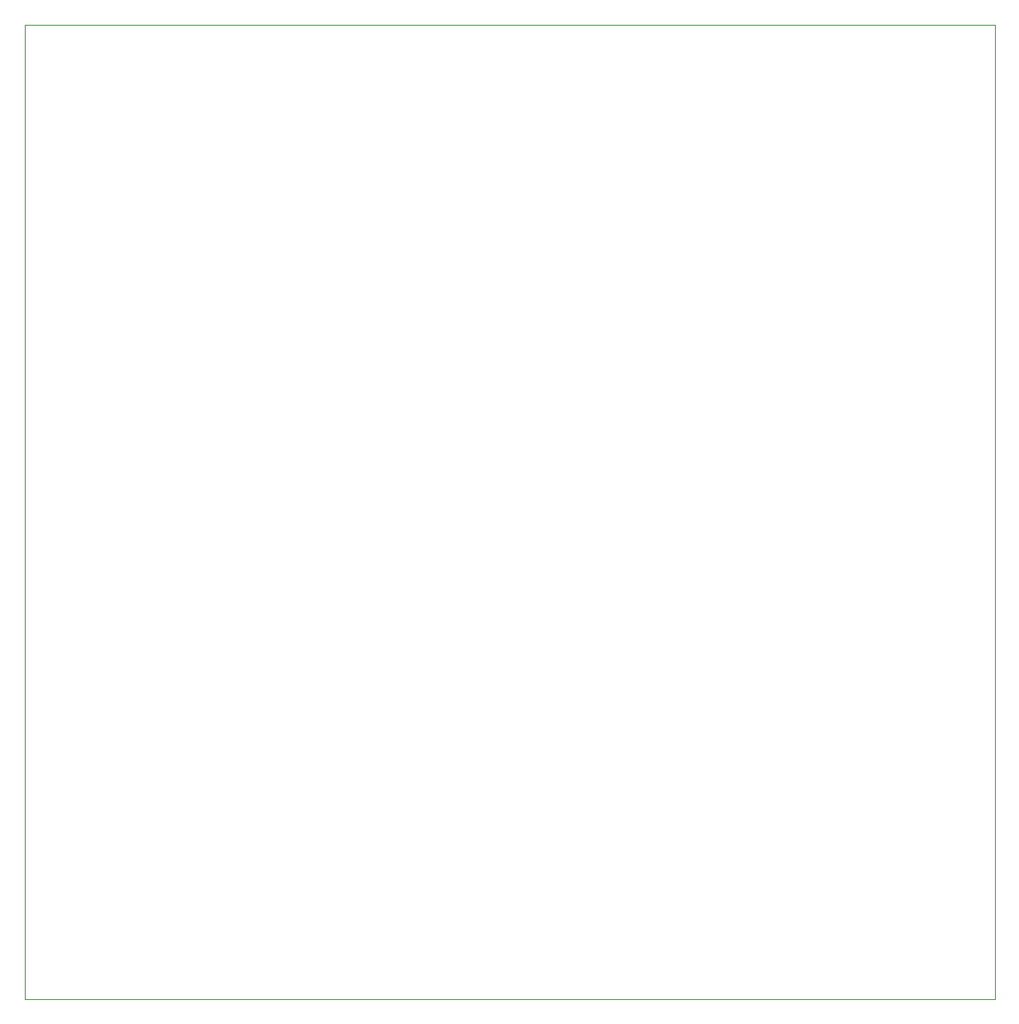
<source format=gbr>
G04 #@! TF.GenerationSoftware,KiCad,Pcbnew,(5.1.5-0-10_14)*
G04 #@! TF.CreationDate,2021-11-28T14:11:59+10:00*
G04 #@! TF.ProjectId,OH - General Purpose Small PCB,4f48202d-2047-4656-9e65-72616c205075,rev?*
G04 #@! TF.SameCoordinates,Original*
G04 #@! TF.FileFunction,Profile,NP*
%FSLAX46Y46*%
G04 Gerber Fmt 4.6, Leading zero omitted, Abs format (unit mm)*
G04 Created by KiCad (PCBNEW (5.1.5-0-10_14)) date 2021-11-28 14:11:59*
%MOMM*%
%LPD*%
G04 APERTURE LIST*
%ADD10C,0.120000*%
G04 APERTURE END LIST*
D10*
X38862000Y-41021000D02*
X38862000Y-140652500D01*
X138049000Y-140652500D02*
X38862000Y-140652500D01*
X138049000Y-41021000D02*
X138049000Y-140652500D01*
X38862000Y-41021000D02*
X138049000Y-41021000D01*
M02*

</source>
